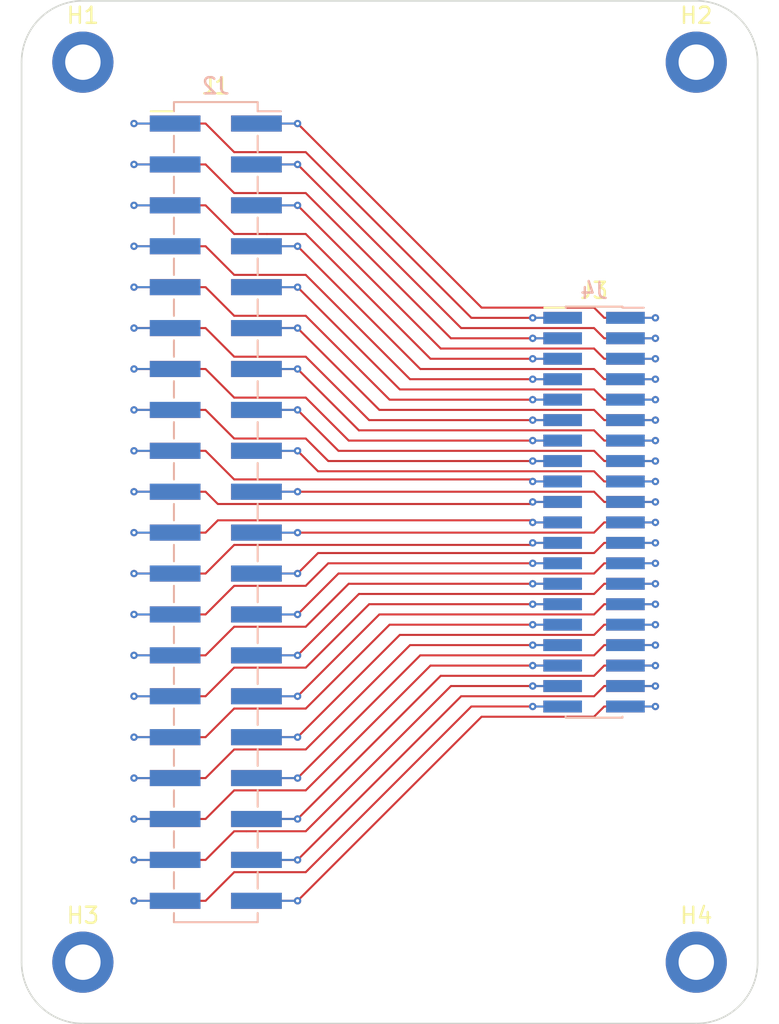
<source format=kicad_pcb>
(kicad_pcb (version 20210722) (generator pcbnew)
  (layers (0 "F.Cu" signal) (31 "B.Cu" signal) (34 "B.Paste" user) (35 "F.Paste" user) (36 "B.SilkS" user "B.Silkscreen") (37 "F.SilkS" user "F.Silkscreen") (38 "B.Mask" user) (39 "F.Mask" user) (44 "Edge.Cuts" user))
  (net 0 "")
  (net 1 "/1")
  (net 2 "/2")
  (net 3 "/3")
  (net 4 "/4")
  (net 5 "/5")
  (net 6 "/6")
  (net 7 "/7")
  (net 8 "/8")
  (net 9 "/9")
  (net 10 "/10")
  (net 11 "/11")
  (net 12 "/12")
  (net 13 "/13")
  (net 14 "/14")
  (net 15 "/15")
  (net 16 "/16")
  (net 17 "/17")
  (net 18 "/18")
  (net 19 "/19")
  (net 20 "/20")
  (net 21 "/21")
  (net 22 "/22")
  (net 23 "/23")
  (net 24 "/24")
  (net 25 "/25")
  (net 26 "/26")
  (net 27 "/27")
  (net 28 "/28")
  (net 29 "/29")
  (net 30 "/30")
  (net 31 "/31")
  (net 32 "/32")
  (net 33 "/33")
  (net 34 "/34")
  (net 35 "/35")
  (net 36 "/36")
  (net 37 "/37")
  (net 38 "/38")
  (net 39 "/39")
  (net 40 "/40")
  (footprint "MountingHole:MountingHole_2.2mm_M2_DIN965_Pad" (layer "F.Cu") (at 125.575923 69.695923)
    (fp_text reference "H1")
    (fp_text value "MountingHole")
  )
  (footprint "MountingHole:MountingHole_2.2mm_M2_DIN965_Pad" (layer "F.Cu") (at 125.575923 125.575923)
    (fp_text reference "H3")
    (fp_text value "MountingHole")
  )
  (footprint "Connector_PinHeader_2.54mm:PinHeader_2x20_P2.54mm_Vertical_SMD" (layer "F.Cu") (at 133.830923 97.635923)
    (fp_text reference "J1")
    (fp_text value "Conn_02x20_Odd_Even")
  )
  (footprint "MountingHole:MountingHole_2.2mm_M2_DIN965_Pad" (layer "F.Cu") (at 163.675923 69.695923)
    (fp_text reference "H2")
    (fp_text value "MountingHole")
  )
  (footprint "Connector_PinHeader_1.27mm:PinHeader_2x20_P1.27mm_Vertical_SMD" (layer "F.Cu") (at 157.325923 97.635923)
    (fp_text reference "J3")
    (fp_text value "Conn_02x20_Odd_Even")
  )
  (footprint "MountingHole:MountingHole_2.2mm_M2_DIN965_Pad" (layer "F.Cu") (at 163.675923 125.575923)
    (fp_text reference "H4")
    (fp_text value "MountingHole")
  )
  (footprint "Connector_PinHeader_1.27mm:PinHeader_2x20_P1.27mm_Vertical_SMD" (layer "B.Cu") (at 157.325923 97.635923 180)
    (fp_text reference "J4")
    (fp_text value "Conn_02x20_Odd_Even")
  )
  (footprint "Connector_PinHeader_2.54mm:PinHeader_2x20_P2.54mm_Vertical_SMD" (layer "B.Cu") (at 133.830923 97.635923 180)
    (fp_text reference "J2")
    (fp_text value "Conn_02x20_Odd_Even")
  )
  (gr_line (start 125.575923 129.385923) (end 163.675923 129.385923) (layer "Edge.Cuts") (width 0.1))
  (gr_arc (start 163.675923 125.575923) (end 163.675923 129.385923) (angle -90) (layer "Edge.Cuts") (width 0.1))
  (gr_line (start 167.485923 125.575923) (end 167.485923 69.695923) (layer "Edge.Cuts") (width 0.1))
  (gr_arc (start 125.575923 125.575923) (end 121.765923 125.575923) (angle -90) (layer "Edge.Cuts") (width 0.1))
  (gr_line (start 163.675923 65.885923) (end 125.575923 65.885923) (layer "Edge.Cuts") (width 0.1))
  (gr_line (start 121.765923 69.695923) (end 121.765923 125.575923) (layer "Edge.Cuts") (width 0.1))
  (gr_arc (start 125.575923 69.695923) (end 125.575923 65.885923) (angle -90) (layer "Edge.Cuts") (width 0.1))
  (gr_arc (start 163.675923 69.695923) (end 167.485923 69.695923) (angle -90) (layer "Edge.Cuts") (width 0.1))
  (segment (start 139.417912 75.282912) (end 134.972912 75.282912) (width 0.127) (layer "F.Cu") (net 1))
  (segment (start 153.515923 85.570923) (end 149.705923 85.570923) (width 0.127) (layer "F.Cu") (net 1))
  (segment (start 155.375923 85.570923) (end 153.515923 85.570923) (width 0.127) (layer "F.Cu") (net 1))
  (segment (start 131.305923 73.505923) (end 133.195923 73.505923) (width 0.127) (layer "F.Cu") (net 1))
  (segment (start 134.972912 75.282912) (end 133.195923 73.505923) (width 0.127) (layer "F.Cu") (net 1))
  (segment (start 149.705923 85.570923) (end 139.417912 75.282912) (width 0.127) (layer "F.Cu") (net 1))
  (segment (start 128.750923 73.505923) (end 131.305923 73.505923) (width 0.127) (layer "F.Cu") (net 1))
  (via (at 153.515923 85.570923) (size 0.46) (drill 0.2) (layers "F.Cu" "B.Cu") (net 1))
  (via (at 128.750923 73.505923) (size 0.46) (drill 0.2) (layers "F.Cu" "B.Cu") (net 1))
  (segment (start 153.515923 85.570923) (end 155.375923 85.570923) (width 0.127) (layer "B.Cu") (net 1))
  (segment (start 131.305923 73.505923) (end 128.750923 73.505923) (width 0.127) (layer "B.Cu") (net 1))
  (segment (start 153.515923 86.840923) (end 148.435923 86.840923) (width 0.127) (layer "F.Cu") (net 2))
  (segment (start 131.305923 76.045923) (end 128.750923 76.045923) (width 0.127) (layer "F.Cu") (net 2))
  (segment (start 148.435923 86.840923) (end 139.417912 77.822912) (width 0.127) (layer "F.Cu") (net 2))
  (segment (start 139.417912 77.822912) (end 134.972912 77.822912) (width 0.127) (layer "F.Cu") (net 2))
  (segment (start 134.972912 77.822912) (end 133.195923 76.045923) (width 0.127) (layer "F.Cu") (net 2))
  (segment (start 133.195923 76.045923) (end 131.305923 76.045923) (width 0.127) (layer "F.Cu") (net 2))
  (segment (start 155.375923 86.840923) (end 153.515923 86.840923) (width 0.127) (layer "F.Cu") (net 2))
  (via (at 128.750923 76.045923) (size 0.46) (drill 0.2) (layers "F.Cu" "B.Cu") (net 2))
  (via (at 153.515923 86.840923) (size 0.46) (drill 0.2) (layers "F.Cu" "B.Cu") (net 2))
  (segment (start 155.375923 86.840923) (end 153.515923 86.840923) (width 0.127) (layer "B.Cu") (net 2))
  (segment (start 128.750923 76.045923) (end 131.305923 76.045923) (width 0.127) (layer "B.Cu") (net 2))
  (segment (start 134.972912 80.362912) (end 133.195923 78.585923) (width 0.127) (layer "F.Cu") (net 3))
  (segment (start 155.375923 88.110923) (end 153.515923 88.110923) (width 0.127) (layer "F.Cu") (net 3))
  (segment (start 137.005923 80.362912) (end 134.972912 80.362912) (width 0.127) (layer "F.Cu") (net 3))
  (segment (start 131.305923 78.585923) (end 133.195923 78.585923) (width 0.127) (layer "F.Cu") (net 3))
  (segment (start 147.165923 88.110923) (end 139.545923 80.490923) (width 0.127) (layer "F.Cu") (net 3))
  (segment (start 139.545923 80.490923) (end 139.417912 80.362912) (width 0.127) (layer "F.Cu") (net 3))
  (segment (start 139.417912 80.362912) (end 137.005923 80.362912) (width 0.127) (layer "F.Cu") (net 3))
  (segment (start 153.515923 88.110923) (end 147.165923 88.110923) (width 0.127) (layer "F.Cu") (net 3))
  (segment (start 128.750923 78.585923) (end 131.305923 78.585923) (width 0.127) (layer "F.Cu") (net 3))
  (via (at 153.515923 88.110923) (size 0.46) (drill 0.2) (layers "F.Cu" "B.Cu") (net 3))
  (via (at 128.750923 78.585923) (size 0.46) (drill 0.2) (layers "F.Cu" "B.Cu") (net 3))
  (segment (start 131.305923 78.585923) (end 128.750923 78.585923) (width 0.127) (layer "B.Cu") (net 3))
  (segment (start 153.515923 88.110923) (end 155.375923 88.110923) (width 0.127) (layer "B.Cu") (net 3))
  (segment (start 133.195923 81.125923) (end 131.305923 81.125923) (width 0.127) (layer "F.Cu") (net 4))
  (segment (start 139.417912 82.902912) (end 134.972912 82.902912) (width 0.127) (layer "F.Cu") (net 4))
  (segment (start 134.972912 82.902912) (end 133.195923 81.125923) (width 0.127) (layer "F.Cu") (net 4))
  (segment (start 155.375923 89.380923) (end 153.515923 89.380923) (width 0.127) (layer "F.Cu") (net 4))
  (segment (start 145.895923 89.380923) (end 139.417912 82.902912) (width 0.127) (layer "F.Cu") (net 4))
  (segment (start 131.305923 81.125923) (end 128.750923 81.125923) (width 0.127) (layer "F.Cu") (net 4))
  (segment (start 153.515923 89.380923) (end 145.895923 89.380923) (width 0.127) (layer "F.Cu") (net 4))
  (via (at 153.515923 89.380923) (size 0.46) (drill 0.2) (layers "F.Cu" "B.Cu") (net 4))
  (via (at 128.750923 81.125923) (size 0.46) (drill 0.2) (layers "F.Cu" "B.Cu") (net 4))
  (segment (start 155.375923 89.380923) (end 153.515923 89.380923) (width 0.127) (layer "B.Cu") (net 4))
  (segment (start 128.750923 81.125923) (end 131.305923 81.125923) (width 0.127) (layer "B.Cu") (net 4))
  (segment (start 128.750923 83.665923) (end 131.305923 83.665923) (width 0.127) (layer "F.Cu") (net 5))
  (segment (start 155.375923 90.650923) (end 153.515923 90.650923) (width 0.127) (layer "F.Cu") (net 5))
  (segment (start 144.625923 90.650923) (end 139.417912 85.442912) (width 0.127) (layer "F.Cu") (net 5))
  (segment (start 131.305923 83.665923) (end 133.195923 83.665923) (width 0.127) (layer "F.Cu") (net 5))
  (segment (start 153.515923 90.650923) (end 144.625923 90.650923) (width 0.127) (layer "F.Cu") (net 5))
  (segment (start 139.417912 85.442912) (end 134.972912 85.442912) (width 0.127) (layer "F.Cu") (net 5))
  (segment (start 134.972912 85.442912) (end 133.195923 83.665923) (width 0.127) (layer "F.Cu") (net 5))
  (via (at 153.515923 90.650923) (size 0.46) (drill 0.2) (layers "F.Cu" "B.Cu") (net 5))
  (via (at 128.750923 83.665923) (size 0.46) (drill 0.2) (layers "F.Cu" "B.Cu") (net 5))
  (segment (start 153.515923 90.650923) (end 155.375923 90.650923) (width 0.127) (layer "B.Cu") (net 5))
  (segment (start 131.305923 83.665923) (end 128.750923 83.665923) (width 0.127) (layer "B.Cu") (net 5))
  (segment (start 153.515923 91.920923) (end 143.355923 91.920923) (width 0.127) (layer "F.Cu") (net 6))
  (segment (start 133.195923 86.205923) (end 131.305923 86.205923) (width 0.127) (layer "F.Cu") (net 6))
  (segment (start 134.972912 87.982912) (end 133.195923 86.205923) (width 0.127) (layer "F.Cu") (net 6))
  (segment (start 143.355923 91.920923) (end 139.417912 87.982912) (width 0.127) (layer "F.Cu") (net 6))
  (segment (start 139.417912 87.982912) (end 134.972912 87.982912) (width 0.127) (layer "F.Cu") (net 6))
  (segment (start 155.375923 91.920923) (end 153.515923 91.920923) (width 0.127) (layer "F.Cu") (net 6))
  (segment (start 131.305923 86.205923) (end 128.750923 86.205923) (width 0.127) (layer "F.Cu") (net 6))
  (via (at 128.750923 86.205923) (size 0.46) (drill 0.2) (layers "F.Cu" "B.Cu") (net 6))
  (via (at 153.515923 91.920923) (size 0.46) (drill 0.2) (layers "F.Cu" "B.Cu") (net 6))
  (segment (start 155.375923 91.920923) (end 153.515923 91.920923) (width 0.127) (layer "B.Cu") (net 6))
  (segment (start 128.750923 86.205923) (end 131.305923 86.205923) (width 0.127) (layer "B.Cu") (net 6))
  (segment (start 133.195923 88.745923) (end 131.305923 88.745923) (width 0.127) (layer "F.Cu") (net 7))
  (segment (start 155.375923 93.190923) (end 153.515923 93.190923) (width 0.127) (layer "F.Cu") (net 7))
  (segment (start 142.085923 93.190923) (end 139.417912 90.522912) (width 0.127) (layer "F.Cu") (net 7))
  (segment (start 134.972912 90.522912) (end 133.195923 88.745923) (width 0.127) (layer "F.Cu") (net 7))
  (segment (start 139.417912 90.522912) (end 134.972912 90.522912) (width 0.127) (layer "F.Cu") (net 7))
  (segment (start 128.750923 88.745923) (end 131.305923 88.745923) (width 0.127) (layer "F.Cu") (net 7))
  (segment (start 153.515923 93.190923) (end 142.085923 93.190923) (width 0.127) (layer "F.Cu") (net 7))
  (via (at 153.515923 93.190923) (size 0.46) (drill 0.2) (layers "F.Cu" "B.Cu") (net 7))
  (via (at 128.750923 88.745923) (size 0.46) (drill 0.2) (layers "F.Cu" "B.Cu") (net 7))
  (segment (start 131.305923 88.745923) (end 128.750923 88.745923) (width 0.127) (layer "B.Cu") (net 7))
  (segment (start 155.375923 93.190923) (end 153.515923 93.190923) (width 0.127) (layer "B.Cu") (net 7))
  (segment (start 155.375923 94.460923) (end 153.515923 94.460923) (width 0.127) (layer "F.Cu") (net 8))
  (segment (start 153.515923 94.460923) (end 140.815923 94.460923) (width 0.127) (layer "F.Cu") (net 8))
  (segment (start 139.417912 93.062912) (end 134.972912 93.062912) (width 0.127) (layer "F.Cu") (net 8))
  (segment (start 131.305923 91.285923) (end 128.750923 91.285923) (width 0.127) (layer "F.Cu") (net 8))
  (segment (start 140.815923 94.460923) (end 139.417912 93.062912) (width 0.127) (layer "F.Cu") (net 8))
  (segment (start 133.195923 91.285923) (end 131.305923 91.285923) (width 0.127) (layer "F.Cu") (net 8))
  (segment (start 134.972912 93.062912) (end 133.195923 91.285923) (width 0.127) (layer "F.Cu") (net 8))
  (via (at 153.515923 94.460923) (size 0.46) (drill 0.2) (layers "F.Cu" "B.Cu") (net 8))
  (via (at 128.750923 91.285923) (size 0.46) (drill 0.2) (layers "F.Cu" "B.Cu") (net 8))
  (segment (start 128.750923 91.285923) (end 131.305923 91.285923) (width 0.127) (layer "B.Cu") (net 8))
  (segment (start 153.515923 94.460923) (end 155.375923 94.460923) (width 0.127) (layer "B.Cu") (net 8))
  (segment (start 153.387912 95.602912) (end 134.972912 95.602912) (width 0.127) (layer "F.Cu") (net 9))
  (segment (start 134.972912 95.602912) (end 133.195923 93.825923) (width 0.127) (layer "F.Cu") (net 9))
  (segment (start 153.515923 95.730923) (end 153.387912 95.602912) (width 0.127) (layer "F.Cu") (net 9))
  (segment (start 133.195923 93.825923) (end 131.305923 93.825923) (width 0.127) (layer "F.Cu") (net 9))
  (segment (start 155.375923 95.730923) (end 153.515923 95.730923) (width 0.127) (layer "F.Cu") (net 9))
  (segment (start 128.750923 93.825923) (end 131.305923 93.825923) (width 0.127) (layer "F.Cu") (net 9))
  (via (at 153.515923 95.730923) (size 0.46) (drill 0.2) (layers "F.Cu" "B.Cu") (net 9))
  (via (at 128.750923 93.825923) (size 0.46) (drill 0.2) (layers "F.Cu" "B.Cu") (net 9))
  (segment (start 155.375923 95.730923) (end 153.515923 95.730923) (width 0.127) (layer "B.Cu") (net 9))
  (segment (start 131.305923 93.825923) (end 128.750923 93.825923) (width 0.127) (layer "B.Cu") (net 9))
  (segment (start 133.195923 96.365923) (end 131.305923 96.365923) (width 0.127) (layer "F.Cu") (net 10))
  (segment (start 153.515923 97.000923) (end 153.387912 97.128934) (width 0.127) (layer "F.Cu") (net 10))
  (segment (start 131.305923 96.365923) (end 128.750923 96.365923) (width 0.127) (layer "F.Cu") (net 10))
  (segment (start 153.387912 97.128934) (end 133.958934 97.128934) (width 0.127) (layer "F.Cu") (net 10))
  (segment (start 133.958934 97.128934) (end 133.195923 96.365923) (width 0.127) (layer "F.Cu") (net 10))
  (segment (start 155.375923 97.000923) (end 153.515923 97.000923) (width 0.127) (layer "F.Cu") (net 10))
  (via (at 128.750923 96.365923) (size 0.46) (drill 0.2) (layers "F.Cu" "B.Cu") (net 10))
  (via (at 153.515923 97.000923) (size 0.46) (drill 0.2) (layers "F.Cu" "B.Cu") (net 10))
  (segment (start 153.515923 97.000923) (end 155.375923 97.000923) (width 0.127) (layer "B.Cu") (net 10))
  (segment (start 128.750923 96.365923) (end 131.305923 96.365923) (width 0.127) (layer "B.Cu") (net 10))
  (segment (start 153.387912 98.142912) (end 133.958934 98.142912) (width 0.127) (layer "F.Cu") (net 11))
  (segment (start 133.195923 98.905923) (end 131.305923 98.905923) (width 0.127) (layer "F.Cu") (net 11))
  (segment (start 155.375923 98.270923) (end 153.515923 98.270923) (width 0.127) (layer "F.Cu") (net 11))
  (segment (start 153.515923 98.270923) (end 153.387912 98.142912) (width 0.127) (layer "F.Cu") (net 11))
  (segment (start 128.750923 98.905923) (end 131.305923 98.905923) (width 0.127) (layer "F.Cu") (net 11))
  (segment (start 133.958934 98.142912) (end 133.195923 98.905923) (width 0.127) (layer "F.Cu") (net 11))
  (via (at 128.750923 98.905923) (size 0.46) (drill 0.2) (layers "F.Cu" "B.Cu") (net 11))
  (via (at 153.515923 98.270923) (size 0.46) (drill 0.2) (layers "F.Cu" "B.Cu") (net 11))
  (segment (start 155.375923 98.270923) (end 153.515923 98.270923) (width 0.127) (layer "B.Cu") (net 11))
  (segment (start 131.305923 98.905923) (end 128.750923 98.905923) (width 0.127) (layer "B.Cu") (net 11))
  (segment (start 131.305923 101.445923) (end 128.750923 101.445923) (width 0.127) (layer "F.Cu") (net 12))
  (segment (start 153.387912 99.668934) (end 134.972912 99.668934) (width 0.127) (layer "F.Cu") (net 12))
  (segment (start 134.972912 99.668934) (end 133.195923 101.445923) (width 0.127) (layer "F.Cu") (net 12))
  (segment (start 133.195923 101.445923) (end 131.305923 101.445923) (width 0.127) (layer "F.Cu") (net 12))
  (segment (start 153.515923 99.540923) (end 153.387912 99.668934) (width 0.127) (layer "F.Cu") (net 12))
  (segment (start 155.375923 99.540923) (end 153.515923 99.540923) (width 0.127) (layer "F.Cu") (net 12))
  (via (at 128.750923 101.445923) (size 0.46) (drill 0.2) (layers "F.Cu" "B.Cu") (net 12))
  (via (at 153.515923 99.540923) (size 0.46) (drill 0.2) (layers "F.Cu" "B.Cu") (net 12))
  (segment (start 128.750923 101.445923) (end 131.305923 101.445923) (width 0.127) (layer "B.Cu") (net 12))
  (segment (start 153.515923 99.540923) (end 155.375923 99.540923) (width 0.127) (layer "B.Cu") (net 12))
  (segment (start 155.375923 100.810923) (end 153.515923 100.810923) (width 0.127) (layer "F.Cu") (net 13))
  (segment (start 134.972912 102.208934) (end 133.195923 103.985923) (width 0.127) (layer "F.Cu") (net 13))
  (segment (start 153.515923 100.810923) (end 140.815923 100.810923) (width 0.127) (layer "F.Cu") (net 13))
  (segment (start 140.815923 100.810923) (end 139.417912 102.208934) (width 0.127) (layer "F.Cu") (net 13))
  (segment (start 133.195923 103.985923) (end 131.305923 103.985923) (width 0.127) (layer "F.Cu") (net 13))
  (segment (start 139.417912 102.208934) (end 134.972912 102.208934) (width 0.127) (layer "F.Cu") (net 13))
  (segment (start 128.750923 103.985923) (end 131.305923 103.985923) (width 0.127) (layer "F.Cu") (net 13))
  (via (at 128.750923 103.985923) (size 0.46) (drill 0.2) (layers "F.Cu" "B.Cu") (net 13))
  (via (at 153.515923 100.810923) (size 0.46) (drill 0.2) (layers "F.Cu" "B.Cu") (net 13))
  (segment (start 131.305923 103.985923) (end 128.750923 103.985923) (width 0.127) (layer "B.Cu") (net 13))
  (segment (start 155.375923 100.810923) (end 153.515923 100.810923) (width 0.127) (layer "B.Cu") (net 13))
  (segment (start 139.417912 104.748934) (end 134.972912 104.748934) (width 0.127) (layer "F.Cu") (net 14))
  (segment (start 133.195923 106.525923) (end 131.305923 106.525923) (width 0.127) (layer "F.Cu") (net 14))
  (segment (start 155.375923 102.080923) (end 153.515923 102.080923) (width 0.127) (layer "F.Cu") (net 14))
  (segment (start 131.305923 106.525923) (end 128.750923 106.525923) (width 0.127) (layer "F.Cu") (net 14))
  (segment (start 142.085923 102.080923) (end 139.417912 104.748934) (width 0.127) (layer "F.Cu") (net 14))
  (segment (start 134.972912 104.748934) (end 133.195923 106.525923) (width 0.127) (layer "F.Cu") (net 14))
  (segment (start 153.515923 102.080923) (end 142.085923 102.080923) (width 0.127) (layer "F.Cu") (net 14))
  (via (at 153.515923 102.080923) (size 0.46) (drill 0.2) (layers "F.Cu" "B.Cu") (net 14))
  (via (at 128.750923 106.525923) (size 0.46) (drill 0.2) (layers "F.Cu" "B.Cu") (net 14))
  (segment (start 128.750923 106.525923) (end 131.305923 106.525923) (width 0.127) (layer "B.Cu") (net 14))
  (segment (start 155.375923 102.080923) (end 153.515923 102.080923) (width 0.127) (layer "B.Cu") (net 14))
  (segment (start 134.972912 107.288934) (end 133.195923 109.065923) (width 0.127) (layer "F.Cu") (net 15))
  (segment (start 155.375923 103.350923) (end 153.515923 103.350923) (width 0.127) (layer "F.Cu") (net 15))
  (segment (start 128.750923 109.065923) (end 131.305923 109.065923) (width 0.127) (layer "F.Cu") (net 15))
  (segment (start 143.355923 103.350923) (end 139.417912 107.288934) (width 0.127) (layer "F.Cu") (net 15))
  (segment (start 139.417912 107.288934) (end 134.972912 107.288934) (width 0.127) (layer "F.Cu") (net 15))
  (segment (start 133.195923 109.065923) (end 131.305923 109.065923) (width 0.127) (layer "F.Cu") (net 15))
  (segment (start 153.515923 103.350923) (end 143.355923 103.350923) (width 0.127) (layer "F.Cu") (net 15))
  (via (at 128.750923 109.065923) (size 0.46) (drill 0.2) (layers "F.Cu" "B.Cu") (net 15))
  (via (at 153.515923 103.350923) (size 0.46) (drill 0.2) (layers "F.Cu" "B.Cu") (net 15))
  (segment (start 153.515923 103.350923) (end 155.375923 103.350923) (width 0.127) (layer "B.Cu") (net 15))
  (segment (start 131.305923 109.065923) (end 128.750923 109.065923) (width 0.127) (layer "B.Cu") (net 15))
  (segment (start 134.972912 109.828934) (end 133.195923 111.605923) (width 0.127) (layer "F.Cu") (net 16))
  (segment (start 139.417912 109.828934) (end 134.972912 109.828934) (width 0.127) (layer "F.Cu") (net 16))
  (segment (start 144.625923 104.620923) (end 139.417912 109.828934) (width 0.127) (layer "F.Cu") (net 16))
  (segment (start 131.305923 111.605923) (end 128.750923 111.605923) (width 0.127) (layer "F.Cu") (net 16))
  (segment (start 155.375923 104.620923) (end 153.515923 104.620923) (width 0.127) (layer "F.Cu") (net 16))
  (segment (start 153.515923 104.620923) (end 144.625923 104.620923) (width 0.127) (layer "F.Cu") (net 16))
  (segment (start 131.305923 111.605923) (end 133.195923 111.605923) (width 0.127) (layer "F.Cu") (net 16))
  (via (at 128.750923 111.605923) (size 0.46) (drill 0.2) (layers "F.Cu" "B.Cu") (net 16))
  (via (at 153.515923 104.620923) (size 0.46) (drill 0.2) (layers "F.Cu" "B.Cu") (net 16))
  (segment (start 155.375923 104.620923) (end 153.515923 104.620923) (width 0.127) (layer "B.Cu") (net 16))
  (segment (start 128.750923 111.605923) (end 131.305923 111.605923) (width 0.127) (layer "B.Cu") (net 16))
  (segment (start 139.417912 112.368934) (end 134.972912 112.368934) (width 0.127) (layer "F.Cu") (net 17))
  (segment (start 153.515923 105.890923) (end 145.895923 105.890923) (width 0.127) (layer "F.Cu") (net 17))
  (segment (start 133.195923 114.145923) (end 131.305923 114.145923) (width 0.127) (layer "F.Cu") (net 17))
  (segment (start 134.972912 112.368934) (end 133.195923 114.145923) (width 0.127) (layer "F.Cu") (net 17))
  (segment (start 155.375923 105.890923) (end 153.515923 105.890923) (width 0.127) (layer "F.Cu") (net 17))
  (segment (start 128.750923 114.145923) (end 131.305923 114.145923) (width 0.127) (layer "F.Cu") (net 17))
  (segment (start 145.895923 105.890923) (end 139.417912 112.368934) (width 0.127) (layer "F.Cu") (net 17))
  (via (at 153.515923 105.890923) (size 0.46) (drill 0.2) (layers "F.Cu" "B.Cu") (net 17))
  (via (at 128.750923 114.145923) (size 0.46) (drill 0.2) (layers "F.Cu" "B.Cu") (net 17))
  (segment (start 131.305923 114.145923) (end 128.750923 114.145923) (width 0.127) (layer "B.Cu") (net 17))
  (segment (start 153.515923 105.890923) (end 155.375923 105.890923) (width 0.127) (layer "B.Cu") (net 17))
  (segment (start 131.305923 116.685923) (end 133.195923 116.685923) (width 0.127) (layer "F.Cu") (net 18))
  (segment (start 139.545923 114.780923) (end 139.417912 114.908934) (width 0.127) (layer "F.Cu") (net 18))
  (segment (start 139.417912 114.908934) (end 134.972912 114.908934) (width 0.127) (layer "F.Cu") (net 18))
  (segment (start 153.515923 107.160923) (end 147.165923 107.160923) (width 0.127) (layer "F.Cu") (net 18))
  (segment (start 134.972912 114.908934) (end 133.195923 116.685923) (width 0.127) (layer "F.Cu") (net 18))
  (segment (start 131.305923 116.685923) (end 128.750923 116.685923) (width 0.127) (layer "F.Cu") (net 18))
  (segment (start 147.165923 107.160923) (end 139.545923 114.780923) (width 0.127) (layer "F.Cu") (net 18))
  (segment (start 155.375923 107.160923) (end 153.515923 107.160923) (width 0.127) (layer "F.Cu") (net 18))
  (via (at 153.515923 107.160923) (size 0.46) (drill 0.2) (layers "F.Cu" "B.Cu") (net 18))
  (via (at 128.750923 116.685923) (size 0.46) (drill 0.2) (layers "F.Cu" "B.Cu") (net 18))
  (segment (start 155.375923 107.160923) (end 153.515923 107.160923) (width 0.127) (layer "B.Cu") (net 18))
  (segment (start 128.750923 116.685923) (end 131.305923 116.685923) (width 0.127) (layer "B.Cu") (net 18))
  (segment (start 148.435923 108.430923) (end 139.545923 117.320923) (width 0.127) (layer "F.Cu") (net 19))
  (segment (start 128.750923 119.225923) (end 131.305923 119.225923) (width 0.127) (layer "F.Cu") (net 19))
  (segment (start 155.375923 108.430923) (end 153.515923 108.430923) (width 0.127) (layer "F.Cu") (net 19))
  (segment (start 153.515923 108.430923) (end 148.435923 108.430923) (width 0.127) (layer "F.Cu") (net 19))
  (segment (start 131.305923 119.225923) (end 133.195923 119.225923) (width 0.127) (layer "F.Cu") (net 19))
  (segment (start 134.972912 117.448934) (end 133.195923 119.225923) (width 0.127) (layer "F.Cu") (net 19))
  (segment (start 139.545923 117.320923) (end 139.417912 117.448934) (width 0.127) (layer "F.Cu") (net 19))
  (segment (start 135.735923 117.448934) (end 134.972912 117.448934) (width 0.127) (layer "F.Cu") (net 19))
  (segment (start 139.417912 117.448934) (end 135.735923 117.448934) (width 0.127) (layer "F.Cu") (net 19))
  (via (at 153.515923 108.430923) (size 0.46) (drill 0.2) (layers "F.Cu" "B.Cu") (net 19))
  (via (at 128.750923 119.225923) (size 0.46) (drill 0.2) (layers "F.Cu" "B.Cu") (net 19))
  (segment (start 131.305923 119.225923) (end 128.750923 119.225923) (width 0.127) (layer "B.Cu") (net 19))
  (segment (start 153.515923 108.430923) (end 155.375923 108.430923) (width 0.127) (layer "B.Cu") (net 19))
  (segment (start 136.370923 119.988934) (end 134.972912 119.988934) (width 0.127) (layer "F.Cu") (net 20))
  (segment (start 134.972912 119.988934) (end 133.195923 121.765923) (width 0.127) (layer "F.Cu") (net 20))
  (segment (start 149.705923 109.700923) (end 139.545923 119.860923) (width 0.127) (layer "F.Cu") (net 20))
  (segment (start 139.545923 119.860923) (end 139.417912 119.988934) (width 0.127) (layer "F.Cu") (net 20))
  (segment (start 128.750923 121.765923) (end 131.305923 121.765923) (width 0.127) (layer "F.Cu") (net 20))
  (segment (start 153.515923 109.700923) (end 149.705923 109.700923) (width 0.127) (layer "F.Cu") (net 20))
  (segment (start 155.375923 109.700923) (end 153.515923 109.700923) (width 0.127) (layer "F.Cu") (net 20))
  (segment (start 139.417912 119.988934) (end 136.370923 119.988934) (width 0.127) (layer "F.Cu") (net 20))
  (segment (start 131.305923 121.765923) (end 133.195923 121.765923) (width 0.127) (layer "F.Cu") (net 20))
  (via (at 128.750923 121.765923) (size 0.46) (drill 0.2) (layers "F.Cu" "B.Cu") (net 20))
  (via (at 153.515923 109.700923) (size 0.46) (drill 0.2) (layers "F.Cu" "B.Cu") (net 20))
  (segment (start 155.375923 109.700923) (end 153.515923 109.700923) (width 0.127) (layer "B.Cu") (net 20))
  (segment (start 131.305923 121.765923) (end 128.750923 121.765923) (width 0.127) (layer "B.Cu") (net 20))
  (segment (start 157.325923 110.335923) (end 157.960923 109.700923) (width 0.127) (layer "F.Cu") (net 21))
  (segment (start 138.910923 121.765923) (end 150.340923 110.335923) (width 0.127) (layer "F.Cu") (net 21))
  (segment (start 159.275923 109.700923) (end 161.135923 109.700923) (width 0.127) (layer "F.Cu") (net 21))
  (segment (start 136.355923 121.765923) (end 138.910923 121.765923) (width 0.127) (layer "F.Cu") (net 21))
  (segment (start 157.960923 109.700923) (end 159.275923 109.700923) (width 0.127) (layer "F.Cu") (net 21))
  (segment (start 150.340923 110.335923) (end 157.325923 110.335923) (width 0.127) (layer "F.Cu") (net 21))
  (via (at 161.135923 109.700923) (size 0.46) (drill 0.2) (layers "F.Cu" "B.Cu") (net 21))
  (via (at 138.910923 121.765923) (size 0.46) (drill 0.2) (layers "F.Cu" "B.Cu") (net 21))
  (segment (start 159.275923 109.700923) (end 161.135923 109.700923) (width 0.127) (layer "B.Cu") (net 21))
  (segment (start 138.910923 121.765923) (end 136.355923 121.765923) (width 0.127) (layer "B.Cu") (net 21))
  (segment (start 159.275923 108.430923) (end 161.135923 108.430923) (width 0.127) (layer "F.Cu") (net 22))
  (segment (start 138.910923 119.225923) (end 149.070923 109.065923) (width 0.127) (layer "F.Cu") (net 22))
  (segment (start 149.070923 109.065923) (end 157.325923 109.065923) (width 0.127) (layer "F.Cu") (net 22))
  (segment (start 157.325923 109.065923) (end 157.960923 108.430923) (width 0.127) (layer "F.Cu") (net 22))
  (segment (start 157.960923 108.430923) (end 159.275923 108.430923) (width 0.127) (layer "F.Cu") (net 22))
  (segment (start 138.910923 119.225923) (end 136.355923 119.225923) (width 0.127) (layer "F.Cu") (net 22))
  (via (at 161.135923 108.430923) (size 0.46) (drill 0.2) (layers "F.Cu" "B.Cu") (net 22))
  (via (at 138.910923 119.225923) (size 0.46) (drill 0.2) (layers "F.Cu" "B.Cu") (net 22))
  (segment (start 136.355923 119.225923) (end 138.910923 119.225923) (width 0.127) (layer "B.Cu") (net 22))
  (segment (start 161.135923 108.430923) (end 159.275923 108.430923) (width 0.127) (layer "B.Cu") (net 22))
  (segment (start 157.325923 107.795923) (end 157.960923 107.160923) (width 0.127) (layer "F.Cu") (net 23))
  (segment (start 157.960923 107.160923) (end 159.275923 107.160923) (width 0.127) (layer "F.Cu") (net 23))
  (segment (start 138.910923 116.685923) (end 147.800923 107.795923) (width 0.127) (layer "F.Cu") (net 23))
  (segment (start 159.275923 107.160923) (end 161.135923 107.160923) (width 0.127) (layer "F.Cu") (net 23))
  (segment (start 136.355923 116.685923) (end 138.910923 116.685923) (width 0.127) (layer "F.Cu") (net 23))
  (segment (start 147.800923 107.795923) (end 157.325923 107.795923) (width 0.127) (layer "F.Cu") (net 23))
  (via (at 138.910923 116.685923) (size 0.46) (drill 0.2) (layers "F.Cu" "B.Cu") (net 23))
  (via (at 161.135923 107.160923) (size 0.46) (drill 0.2) (layers "F.Cu" "B.Cu") (net 23))
  (segment (start 138.910923 116.685923) (end 136.355923 116.685923) (width 0.127) (layer "B.Cu") (net 23))
  (segment (start 159.275923 107.160923) (end 161.135923 107.160923) (width 0.127) (layer "B.Cu") (net 23))
  (segment (start 138.910923 114.145923) (end 136.355923 114.145923) (width 0.127) (layer "F.Cu") (net 24))
  (segment (start 138.910923 114.145923) (end 146.530923 106.525923) (width 0.127) (layer "F.Cu") (net 24))
  (segment (start 159.275923 105.890923) (end 161.135923 105.890923) (width 0.127) (layer "F.Cu") (net 24))
  (segment (start 157.960923 105.890923) (end 159.275923 105.890923) (width 0.127) (layer "F.Cu") (net 24))
  (segment (start 146.530923 106.525923) (end 157.325923 106.525923) (width 0.127) (layer "F.Cu") (net 24))
  (segment (start 157.325923 106.525923) (end 157.960923 105.890923) (width 0.127) (layer "F.Cu") (net 24))
  (via (at 138.910923 114.145923) (size 0.46) (drill 0.2) (layers "F.Cu" "B.Cu") (net 24))
  (via (at 161.135923 105.890923) (size 0.46) (drill 0.2) (layers "F.Cu" "B.Cu") (net 24))
  (segment (start 161.135923 105.890923) (end 159.275923 105.890923) (width 0.127) (layer "B.Cu") (net 24))
  (segment (start 136.355923 114.145923) (end 138.910923 114.145923) (width 0.127) (layer "B.Cu") (net 24))
  (segment (start 159.275923 104.620923) (end 161.135923 104.620923) (width 0.127) (layer "F.Cu") (net 25))
  (segment (start 157.325923 105.255923) (end 157.960923 104.620923) (width 0.127) (layer "F.Cu") (net 25))
  (segment (start 138.910923 111.605923) (end 145.260923 105.255923) (width 0.127) (layer "F.Cu") (net 25))
  (segment (start 136.355923 111.605923) (end 138.910923 111.605923) (width 0.127) (layer "F.Cu") (net 25))
  (segment (start 145.260923 105.255923) (end 157.325923 105.255923) (width 0.127) (layer "F.Cu") (net 25))
  (segment (start 157.960923 104.620923) (end 159.275923 104.620923) (width 0.127) (layer "F.Cu") (net 25))
  (via (at 161.135923 104.620923) (size 0.46) (drill 0.2) (layers "F.Cu" "B.Cu") (net 25))
  (via (at 138.910923 111.605923) (size 0.46) (drill 0.2) (layers "F.Cu" "B.Cu") (net 25))
  (segment (start 159.275923 104.620923) (end 161.135923 104.620923) (width 0.127) (layer "B.Cu") (net 25))
  (segment (start 138.910923 111.605923) (end 136.355923 111.605923) (width 0.127) (layer "B.Cu") (net 25))
  (segment (start 157.960923 103.350923) (end 159.275923 103.350923) (width 0.127) (layer "F.Cu") (net 26))
  (segment (start 138.910923 109.065923) (end 143.990923 103.985923) (width 0.127) (layer "F.Cu") (net 26))
  (segment (start 159.275923 103.350923) (end 161.135923 103.350923) (width 0.127) (layer "F.Cu") (net 26))
  (segment (start 157.325923 103.985923) (end 157.960923 103.350923) (width 0.127) (layer "F.Cu") (net 26))
  (segment (start 138.910923 109.065923) (end 136.355923 109.065923) (width 0.127) (layer "F.Cu") (net 26))
  (segment (start 143.990923 103.985923) (end 157.325923 103.985923) (width 0.127) (layer "F.Cu") (net 26))
  (via (at 138.910923 109.065923) (size 0.46) (drill 0.2) (layers "F.Cu" "B.Cu") (net 26))
  (via (at 161.135923 103.350923) (size 0.46) (drill 0.2) (layers "F.Cu" "B.Cu") (net 26))
  (segment (start 136.355923 109.065923) (end 138.910923 109.065923) (width 0.127) (layer "B.Cu") (net 26))
  (segment (start 161.135923 103.350923) (end 159.275923 103.350923) (width 0.127) (layer "B.Cu") (net 26))
  (segment (start 157.960923 102.080923) (end 159.275923 102.080923) (width 0.127) (layer "F.Cu") (net 27))
  (segment (start 157.327912 102.713934) (end 157.960923 102.080923) (width 0.127) (layer "F.Cu") (net 27))
  (segment (start 142.722912 102.713934) (end 138.910923 106.525923) (width 0.127) (layer "F.Cu") (net 27))
  (segment (start 159.275923 102.080923) (end 161.135923 102.080923) (width 0.127) (layer "F.Cu") (net 27))
  (segment (start 136.355923 106.525923) (end 138.910923 106.525923) (width 0.127) (layer "F.Cu") (net 27))
  (segment (start 142.722912 102.713934) (end 157.327912 102.713934) (width 0.127) (layer "F.Cu") (net 27))
  (via (at 138.910923 106.525923) (size 0.46) (drill 0.2) (layers "F.Cu" "B.Cu") (net 27))
  (via (at 161.135923 102.080923) (size 0.46) (drill 0.2) (layers "F.Cu" "B.Cu") (net 27))
  (segment (start 138.910923 106.525923) (end 136.355923 106.525923) (width 0.127) (layer "B.Cu") (net 27))
  (segment (start 159.275923 102.080923) (end 161.135923 102.080923) (width 0.127) (layer "B.Cu") (net 27))
  (segment (start 159.275923 100.810923) (end 161.135923 100.810923) (width 0.127) (layer "F.Cu") (net 28))
  (segment (start 157.960923 100.810923) (end 159.275923 100.810923) (width 0.127) (layer "F.Cu") (net 28))
  (segment (start 157.327912 101.443934) (end 157.960923 100.810923) (width 0.127) (layer "F.Cu") (net 28))
  (segment (start 138.910923 103.985923) (end 141.452912 101.443934) (width 0.127) (layer "F.Cu") (net 28))
  (segment (start 141.452912 101.443934) (end 157.327912 101.443934) (width 0.127) (layer "F.Cu") (net 28))
  (segment (start 138.910923 103.985923) (end 136.355923 103.985923) (width 0.127) (layer "F.Cu") (net 28))
  (via (at 138.910923 103.985923) (size 0.46) (drill 0.2) (layers "F.Cu" "B.Cu") (net 28))
  (via (at 161.135923 100.810923) (size 0.46) (drill 0.2) (layers "F.Cu" "B.Cu") (net 28))
  (segment (start 161.135923 100.810923) (end 159.275923 100.810923) (width 0.127) (layer "B.Cu") (net 28))
  (segment (start 136.355923 103.985923) (end 138.910923 103.985923) (width 0.127) (layer "B.Cu") (net 28))
  (segment (start 159.275923 99.540923) (end 161.135923 99.540923) (width 0.127) (layer "F.Cu") (net 29))
  (segment (start 157.327912 100.173934) (end 157.960923 99.540923) (width 0.127) (layer "F.Cu") (net 29))
  (segment (start 138.910923 101.445923) (end 140.182912 100.173934) (width 0.127) (layer "F.Cu") (net 29))
  (segment (start 138.910923 101.445923) (end 136.355923 101.445923) (width 0.127) (layer "F.Cu") (net 29))
  (segment (start 157.960923 99.540923) (end 159.275923 99.540923) (width 0.127) (layer "F.Cu") (net 29))
  (segment (start 140.182912 100.173934) (end 157.327912 100.173934) (width 0.127) (layer "F.Cu") (net 29))
  (via (at 138.910923 101.445923) (size 0.46) (drill 0.2) (layers "F.Cu" "B.Cu") (net 29))
  (via (at 161.135923 99.540923) (size 0.46) (drill 0.2) (layers "F.Cu" "B.Cu") (net 29))
  (segment (start 159.275923 99.540923) (end 161.135923 99.540923) (width 0.127) (layer "B.Cu") (net 29))
  (segment (start 136.355923 101.445923) (end 138.910923 101.445923) (width 0.127) (layer "B.Cu") (net 29))
  (segment (start 157.325923 98.905923) (end 157.960923 98.270923) (width 0.127) (layer "F.Cu") (net 30))
  (segment (start 157.960923 98.270923) (end 159.275923 98.270923) (width 0.127) (layer "F.Cu") (net 30))
  (segment (start 159.275923 98.270923) (end 161.135923 98.270923) (width 0.127) (layer "F.Cu") (net 30))
  (segment (start 138.910923 98.905923) (end 157.325923 98.905923) (width 0.127) (layer "F.Cu") (net 30))
  (segment (start 136.355923 98.905923) (end 138.910923 98.905923) (width 0.127) (layer "F.Cu") (net 30))
  (via (at 138.910923 98.905923) (size 0.46) (drill 0.2) (layers "F.Cu" "B.Cu") (net 30))
  (via (at 161.135923 98.270923) (size 0.46) (drill 0.2) (layers "F.Cu" "B.Cu") (net 30))
  (segment (start 161.135923 98.270923) (end 159.275923 98.270923) (width 0.127) (layer "B.Cu") (net 30))
  (segment (start 138.910923 98.905923) (end 136.355923 98.905923) (width 0.127) (layer "B.Cu") (net 30))
  (segment (start 138.910923 96.365923) (end 157.325923 96.365923) (width 0.127) (layer "F.Cu") (net 31))
  (segment (start 138.910923 96.365923) (end 136.355923 96.365923) (width 0.127) (layer "F.Cu") (net 31))
  (segment (start 157.960923 97.000923) (end 159.275923 97.000923) (width 0.127) (layer "F.Cu") (net 31))
  (segment (start 157.325923 96.365923) (end 157.960923 97.000923) (width 0.127) (layer "F.Cu") (net 31))
  (segment (start 159.275923 97.000923) (end 161.135923 97.000923) (width 0.127) (layer "F.Cu") (net 31))
  (via (at 138.910923 96.365923) (size 0.46) (drill 0.2) (layers "F.Cu" "B.Cu") (net 31))
  (via (at 161.135923 97.000923) (size 0.46) (drill 0.2) (layers "F.Cu" "B.Cu") (net 31))
  (segment (start 136.355923 96.365923) (end 138.910923 96.365923) (width 0.127) (layer "B.Cu") (net 31))
  (segment (start 159.275923 97.000923) (end 161.135923 97.000923) (width 0.127) (layer "B.Cu") (net 31))
  (segment (start 138.910923 93.825923) (end 140.182912 95.097912) (width 0.127) (layer "F.Cu") (net 32))
  (segment (start 140.182912 95.097912) (end 157.327912 95.097912) (width 0.127) (layer "F.Cu") (net 32))
  (segment (start 157.960923 95.730923) (end 159.275923 95.730923) (width 0.127) (layer "F.Cu") (net 32))
  (segment (start 157.327912 95.097912) (end 157.960923 95.730923) (width 0.127) (layer "F.Cu") (net 32))
  (segment (start 136.355923 93.825923) (end 138.910923 93.825923) (width 0.127) (layer "F.Cu") (net 32))
  (segment (start 159.275923 95.730923) (end 161.135923 95.730923) (width 0.127) (layer "F.Cu") (net 32))
  (via (at 161.135923 95.730923) (size 0.46) (drill 0.2) (layers "F.Cu" "B.Cu") (net 32))
  (via (at 138.910923 93.825923) (size 0.46) (drill 0.2) (layers "F.Cu" "B.Cu") (net 32))
  (segment (start 159.275923 95.730923) (end 161.135923 95.730923) (width 0.127) (layer "B.Cu") (net 32))
  (segment (start 138.910923 93.825923) (end 136.355923 93.825923) (width 0.127) (layer "B.Cu") (net 32))
  (segment (start 157.327912 93.827912) (end 157.960923 94.460923) (width 0.127) (layer "F.Cu") (net 33))
  (segment (start 157.960923 94.460923) (end 159.275923 94.460923) (width 0.127) (layer "F.Cu") (net 33))
  (segment (start 141.452912 93.827912) (end 157.327912 93.827912) (width 0.127) (layer "F.Cu") (net 33))
  (segment (start 159.275923 94.460923) (end 161.135923 94.460923) (width 0.127) (layer "F.Cu") (net 33))
  (segment (start 136.355923 91.285923) (end 138.910923 91.285923) (width 0.127) (layer "F.Cu") (net 33))
  (segment (start 138.910923 91.285923) (end 141.452912 93.827912) (width 0.127) (layer "F.Cu") (net 33))
  (via (at 138.910923 91.285923) (size 0.46) (drill 0.2) (layers "F.Cu" "B.Cu") (net 33))
  (via (at 161.135923 94.460923) (size 0.46) (drill 0.2) (layers "F.Cu" "B.Cu") (net 33))
  (segment (start 161.135923 94.460923) (end 159.275923 94.460923) (width 0.127) (layer "B.Cu") (net 33))
  (segment (start 138.910923 91.285923) (end 136.355923 91.285923) (width 0.127) (layer "B.Cu") (net 33))
  (segment (start 142.722912 92.557912) (end 142.720923 92.555923) (width 0.127) (layer "F.Cu") (net 34))
  (segment (start 157.325923 92.555923) (end 157.960923 93.190923) (width 0.127) (layer "F.Cu") (net 34))
  (segment (start 142.720923 92.555923) (end 157.325923 92.555923) (width 0.127) (layer "F.Cu") (net 34))
  (segment (start 157.960923 93.190923) (end 159.275923 93.190923) (width 0.127) (layer "F.Cu") (net 34))
  (segment (start 159.275923 93.190923) (end 161.135923 93.190923) (width 0.127) (layer "F.Cu") (net 34))
  (segment (start 138.910923 88.745923) (end 136.355923 88.745923) (width 0.127) (layer "F.Cu") (net 34))
  (segment (start 142.720923 92.555923) (end 138.910923 88.745923) (width 0.127) (layer "F.Cu") (net 34))
  (via (at 138.910923 88.745923) (size 0.46) (drill 0.2) (layers "F.Cu" "B.Cu") (net 34))
  (via (at 161.135923 93.190923) (size 0.46) (drill 0.2) (layers "F.Cu" "B.Cu") (net 34))
  (segment (start 136.355923 88.745923) (end 138.910923 88.745923) (width 0.127) (layer "B.Cu") (net 34))
  (segment (start 159.275923 93.190923) (end 161.135923 93.190923) (width 0.127) (layer "B.Cu") (net 34))
  (segment (start 143.990923 91.285923) (end 157.325923 91.285923) (width 0.127) (layer "F.Cu") (net 35))
  (segment (start 138.910923 86.205923) (end 143.990923 91.285923) (width 0.127) (layer "F.Cu") (net 35))
  (segment (start 157.960923 91.920923) (end 159.275923 91.920923) (width 0.127) (layer "F.Cu") (net 35))
  (segment (start 157.325923 91.285923) (end 157.960923 91.920923) (width 0.127) (layer "F.Cu") (net 35))
  (segment (start 136.355923 86.205923) (end 138.910923 86.205923) (width 0.127) (layer "F.Cu") (net 35))
  (segment (start 159.275923 91.920923) (end 161.135923 91.920923) (width 0.127) (layer "F.Cu") (net 35))
  (via (at 138.910923 86.205923) (size 0.46) (drill 0.2) (layers "F.Cu" "B.Cu") (net 35))
  (via (at 161.135923 91.920923) (size 0.46) (drill 0.2) (layers "F.Cu" "B.Cu") (net 35))
  (segment (start 138.910923 86.205923) (end 136.355923 86.205923) (width 0.127) (layer "B.Cu") (net 35))
  (segment (start 159.275923 91.920923) (end 161.135923 91.920923) (width 0.127) (layer "B.Cu") (net 35))
  (segment (start 159.275923 90.650923) (end 161.135923 90.650923) (width 0.127) (layer "F.Cu") (net 36))
  (segment (start 157.325923 90.015923) (end 157.960923 90.650923) (width 0.127) (layer "F.Cu") (net 36))
  (segment (start 157.960923 90.650923) (end 159.275923 90.650923) (width 0.127) (layer "F.Cu") (net 36))
  (segment (start 138.910923 83.665923) (end 136.355923 83.665923) (width 0.127) (layer "F.Cu") (net 36))
  (segment (start 138.910923 83.665923) (end 145.260923 90.015923) (width 0.127) (layer "F.Cu") (net 36))
  (segment (start 145.260923 90.015923) (end 157.325923 90.015923) (width 0.127) (layer "F.Cu") (net 36))
  (via (at 161.135923 90.650923) (size 0.46) (drill 0.2) (layers "F.Cu" "B.Cu") (net 36))
  (via (at 138.910923 83.665923) (size 0.46) (drill 0.2) (layers "F.Cu" "B.Cu") (net 36))
  (segment (start 136.355923 83.665923) (end 138.910923 83.665923) (width 0.127) (layer "B.Cu") (net 36))
  (segment (start 161.135923 90.650923) (end 159.275923 90.650923) (width 0.127) (layer "B.Cu") (net 36))
  (segment (start 138.910923 81.125923) (end 146.532912 88.747912) (width 0.127) (layer "F.Cu") (net 37))
  (segment (start 157.960923 89.380923) (end 159.275923 89.380923) (width 0.127) (layer "F.Cu") (net 37))
  (segment (start 159.275923 89.380923) (end 161.135923 89.380923) (width 0.127) (layer "F.Cu") (net 37))
  (segment (start 136.355923 81.125923) (end 138.910923 81.125923) (width 0.127) (layer "F.Cu") (net 37))
  (segment (start 157.327912 88.747912) (end 157.960923 89.380923) (width 0.127) (layer "F.Cu") (net 37))
  (segment (start 146.532912 88.747912) (end 157.327912 88.747912) (width 0.127) (layer "F.Cu") (net 37))
  (via (at 161.135923 89.380923) (size 0.46) (drill 0.2) (layers "F.Cu" "B.Cu") (net 37))
  (via (at 138.910923 81.125923) (size 0.46) (drill 0.2) (layers "F.Cu" "B.Cu") (net 37))
  (segment (start 161.135923 89.380923) (end 159.275923 89.380923) (width 0.127) (layer "B.Cu") (net 37))
  (segment (start 138.910923 81.125923) (end 136.355923 81.125923) (width 0.127) (layer "B.Cu") (net 37))
  (segment (start 147.800923 87.475923) (end 157.325923 87.475923) (width 0.127) (layer "F.Cu") (net 38))
  (segment (start 157.960923 88.110923) (end 159.275923 88.110923) (width 0.127) (layer "F.Cu") (net 38))
  (segment (start 138.910923 78.585923) (end 147.800923 87.475923) (width 0.127) (layer "F.Cu") (net 38))
  (segment (start 157.325923 87.475923) (end 157.960923 88.110923) (width 0.127) (layer "F.Cu") (net 38))
  (segment (start 138.910923 78.585923) (end 136.355923 78.585923) (width 0.127) (layer "F.Cu") (net 38))
  (segment (start 159.275923 88.110923) (end 161.135923 88.110923) (width 0.127) (layer "F.Cu") (net 38))
  (via (at 138.910923 78.585923) (size 0.46) (drill 0.2) (layers "F.Cu" "B.Cu") (net 38))
  (via (at 161.135923 88.110923) (size 0.46) (drill 0.2) (layers "F.Cu" "B.Cu") (net 38))
  (segment (start 161.135923 88.110923) (end 159.275923 88.110923) (width 0.127) (layer "B.Cu") (net 38))
  (segment (start 136.355923 78.585923) (end 138.910923 78.585923) (width 0.127) (layer "B.Cu") (net 38))
  (segment (start 157.325923 86.205923) (end 157.960923 86.840923) (width 0.127) (layer "F.Cu") (net 39))
  (segment (start 159.275923 86.840923) (end 161.135923 86.840923) (width 0.127) (layer "F.Cu") (net 39))
  (segment (start 138.910923 76.045923) (end 149.070923 86.205923) (width 0.127) (layer "F.Cu") (net 39))
  (segment (start 136.355923 76.045923) (end 138.910923 76.045923) (width 0.127) (layer "F.Cu") (net 39))
  (segment (start 157.960923 86.840923) (end 159.275923 86.840923) (width 0.127) (layer "F.Cu") (net 39))
  (segment (start 149.070923 86.205923) (end 157.325923 86.205923) (width 0.127) (layer "F.Cu") (net 39))
  (via (at 138.910923 76.045923) (size 0.46) (drill 0.2) (layers "F.Cu" "B.Cu") (net 39))
  (via (at 161.135923 86.840923) (size 0.46) (drill 0.2) (layers "F.Cu" "B.Cu") (net 39))
  (segment (start 138.910923 76.045923) (end 136.355923 76.045923) (width 0.127) (layer "B.Cu") (net 39))
  (segment (start 161.135923 86.840923) (end 159.275923 86.840923) (width 0.127) (layer "B.Cu") (net 39))
  (segment (start 159.275923 85.570923) (end 161.135923 85.570923) (width 0.127) (layer "F.Cu") (net 40))
  (segment (start 150.340923 84.935923) (end 157.325923 84.935923) (width 0.127) (layer "F.Cu") (net 40))
  (segment (start 138.910923 73.505923) (end 136.355923 73.505923) (width 0.127) (layer "F.Cu") (net 40))
  (segment (start 138.910923 73.505923) (end 150.340923 84.935923) (width 0.127) (layer "F.Cu") (net 40))
  (segment (start 157.325923 84.935923) (end 157.960923 85.570923) (width 0.127) (layer "F.Cu") (net 40))
  (segment (start 157.960923 85.570923) (end 159.275923 85.570923) (width 0.127) (layer "F.Cu") (net 40))
  (via (at 161.135923 85.570923) (size 0.46) (drill 0.2) (layers "F.Cu" "B.Cu") (net 40))
  (via (at 138.910923 73.505923) (size 0.46) (drill 0.2) (layers "F.Cu" "B.Cu") (net 40))
  (segment (start 159.275923 85.570923) (end 161.135923 85.570923) (width 0.127) (layer "B.Cu") (net 40))
  (segment (start 136.355923 73.505923) (end 138.910923 73.505923) (width 0.127) (layer "B.Cu") (net 40))
)
</source>
